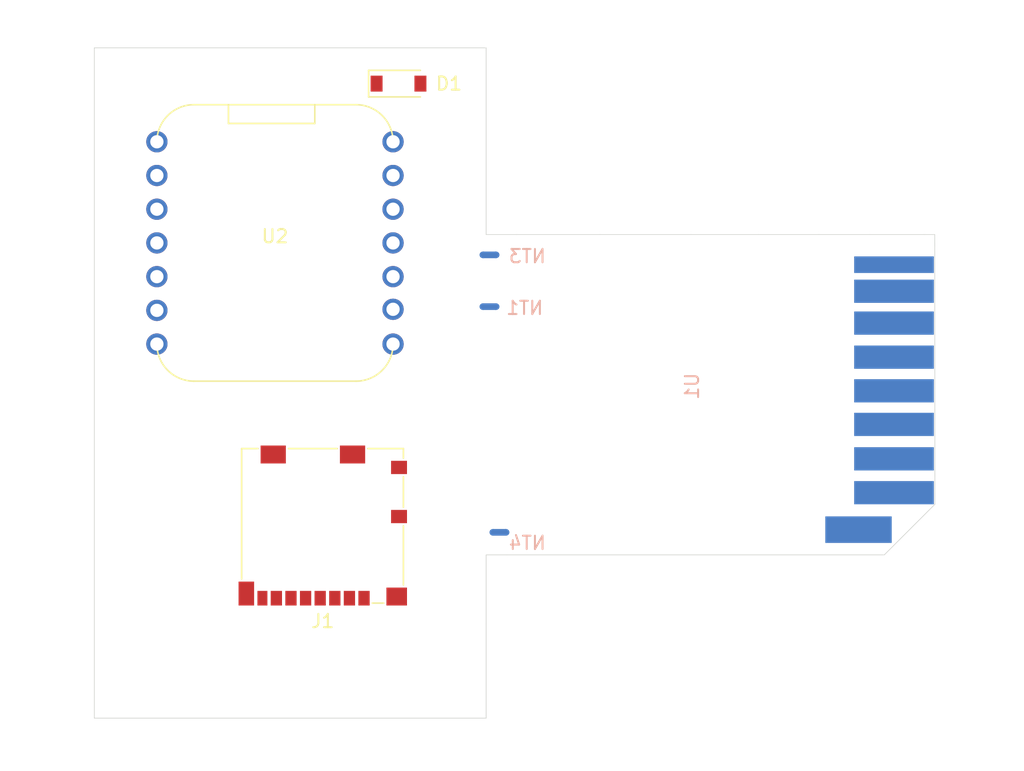
<source format=kicad_pcb>
(kicad_pcb (version 20211014) (generator pcbnew)
  (layers (0 "F.Cu" signal) (31 "B.Cu" signal) (34 "B.Paste" user) (35 "F.Paste" user) (36 "B.SilkS" user "B.Silkscreen") (37 "F.SilkS" user "F.Silkscreen") (38 "B.Mask" user) (39 "F.Mask" user) (44 "Edge.Cuts" user))
  (net 0 "")
  (net 1 "GND")
  (net 2 "+3.3VP")
  (net 3 "+3.3V")
  (net 4 "/MISO")
  (net 5 "/CLK")
  (net 6 "/MOSI")
  (net 7 "/CS")
  (net 8 "/DAT1")
  (net 9 "/DAT2")
  (net 10 "/DAT1_T")
  (net 11 "/DAT2_T")
  (net 24 "/MISO_ESP32")
  (footprint "Connector_Card:microSD_HC_Molex_104031-0811" (layer "F.Cu") (at 164.7 92.0125 180)
    (fp_text reference "J1" (at 0 -7.18) (layer "F.SilkS"))
    (fp_text value "Micro_SD_Card_Det")
    (fp_line (start 4.88 5.82) (end 6.11 5.82) (layer "F.SilkS") (width 0.12))
    (fp_line (start 6.11 5.82) (end 6.11 -4) (layer "F.SilkS") (width 0.12))
    (fp_line (start -6.07 5.1) (end -6.07 5.82) (layer "F.SilkS") (width 0.12))
    (fp_line (start -6.07 -4.45) (end -6.07 0) (layer "F.SilkS") (width 0.12))
    (fp_line (start -4.59 -5.82) (end -3.73 -5.82) (layer "F.SilkS") (width 0.12))
    (fp_line (start -1.09 5.82) (end 2.58 5.82) (layer "F.SilkS") (width 0.12))
    (fp_line (start -6.07 1.4) (end -6.07 3.7) (layer "F.SilkS") (width 0.12))
    (fp_line (start -6.07 5.82) (end -3.39 5.82) (layer "F.SilkS") (width 0.12))
    (pad "1" smd rect locked (at -3.105 -5.45 180) (size 0.85 1.1) (layers "F.Cu" "F.Paste" "F.Mask") (net 9 "/DAT2"))
    (pad "2" smd rect locked (at -2.005 -5.45 180) (size 0.85 1.1) (layers "F.Cu" "F.Paste" "F.Mask") (net 7 "/CS"))
    (pad "3" smd rect locked (at -0.905 -5.45 180) (size 0.85 1.1) (layers "F.Cu" "F.Paste" "F.Mask") (net 6 "/MOSI"))
    (pad "4" smd rect locked (at 0.195 -5.45 180) (size 0.85 1.1) (layers "F.Cu" "F.Paste" "F.Mask") (net 3 "+3.3V"))
    (pad "5" smd rect locked (at 1.295 -5.45 180) (size 0.85 1.1) (layers "F.Cu" "F.Paste" "F.Mask") (net 5 "/CLK"))
    (pad "6" smd rect locked (at 2.395 -5.45 180) (size 0.85 1.1) (layers "F.Cu" "F.Paste" "F.Mask") (net 1 "GND"))
    (pad "7" smd rect locked (at 3.495 -5.45 180) (size 0.85 1.1) (layers "F.Cu" "F.Paste" "F.Mask") (net 4 "/MISO"))
    (pad "8" smd rect locked (at 4.545 -5.45 180) (size 0.75 1.1) (layers "F.Cu" "F.Paste" "F.Mask") (net 8 "/DAT1"))
    (pad "9" smd rect locked (at -5.74 0.7 180) (size 1.2 1) (layers "F.Cu" "F.Paste" "F.Mask"))
    (pad "10" smd rect locked (at -5.74 4.4 180) (size 1.2 1) (layers "F.Cu" "F.Paste" "F.Mask"))
    (pad "11" smd rect locked (at 3.73 5.375 180) (size 1.9 1.35) (layers "F.Cu" "F.Paste" "F.Mask") (net 1 "GND"))
    (pad "11" smd rect locked (at -2.24 5.375 180) (size 1.9 1.35) (layers "F.Cu" "F.Paste" "F.Mask") (net 1 "GND"))
    (pad "11" smd rect locked (at 5.755 -5.1 180) (size 1.17 1.8) (layers "F.Cu" "F.Paste" "F.Mask") (net 1 "GND"))
    (pad "11" smd rect locked (at -5.565 -5.325 180) (size 1.55 1.35) (layers "F.Cu" "F.Paste" "F.Mask") (net 1 "GND"))
  )
  (footprint "Main:QTPyESP32" (layer "F.Cu") (at 161.1 70.7)
    (fp_text reference "U2" (at 0 -0.5 unlocked) (layer "F.SilkS"))
    (fp_text value "QTPyESP32")
    (fp_line (start -6.096 10.414) (end 6.096 10.414) (layer "F.SilkS") (width 0.12))
    (fp_line (start -3.5 -10.414) (end -3.5 -9) (layer "F.SilkS") (width 0.12))
    (fp_line (start 3 -9) (end 3 -10.414) (layer "F.SilkS") (width 0.12))
    (fp_line (start -3.5 -9) (end 3 -9) (layer "F.SilkS") (width 0.12))
    (fp_line (start -6.096 -10.414) (end 6.096 -10.414) (layer "F.SilkS") (width 0.12))
    (fp_arc (start -6.096 10.414) (mid -8.071656 9.595656) (end -8.89 7.62) (layer "F.SilkS") (width 0.12))
    (fp_arc (start 8.89 7.62) (mid 8.071656 9.595656) (end 6.096 10.414) (layer "F.SilkS") (width 0.12))
    (fp_arc (start -8.89 -7.62) (mid -8.071656 -9.595656) (end -6.096 -10.414) (layer "F.SilkS") (width 0.12))
    (fp_arc (start 6.096 -10.414) (mid 8.071656 -9.595656) (end 8.89 -7.62) (layer "F.SilkS") (width 0.12))
    (pad "1" thru_hole circle (at -8.89 -7.62) (size 1.6 1.6) (drill 1) (layers *.Cu *.Mask))
    (pad "2" thru_hole circle (at -8.89 -5.08) (size 1.6 1.6) (drill 1) (layers *.Cu *.Mask))
    (pad "3" thru_hole circle (at -8.89 -2.54) (size 1.6 1.6) (drill 1) (layers *.Cu *.Mask))
    (pad "4" thru_hole circle (at -8.89 0) (size 1.6 1.6) (drill 1) (layers *.Cu *.Mask))
    (pad "5" thru_hole circle (at -8.89 2.54) (size 1.6 1.6) (drill 1) (layers *.Cu *.Mask))
    (pad "6" thru_hole circle (at -8.89 5.08) (size 1.6 1.6) (drill 1) (layers *.Cu *.Mask))
    (pad "7" thru_hole circle (at -8.89 7.62) (size 1.6 1.6) (drill 1) (layers *.Cu *.Mask))
    (pad "8" thru_hole circle (at 8.89 7.62) (size 1.6 1.6) (drill 1) (layers *.Cu *.Mask))
    (pad "9" thru_hole circle (at 8.89 5) (size 1.6 1.6) (drill 1) (layers *.Cu *.Mask))
    (pad "10" thru_hole circle (at 8.89 2.54) (size 1.6 1.6) (drill 1) (layers *.Cu *.Mask))
    (pad "11" thru_hole circle (at 8.89 0) (size 1.6 1.6) (drill 1) (layers *.Cu *.Mask))
    (pad "12" thru_hole circle (at 8.89 -2.54) (size 1.6 1.6) (drill 1) (layers *.Cu *.Mask))
    (pad "13" thru_hole circle (at 8.89 -5.08) (size 1.6 1.6) (drill 1) (layers *.Cu *.Mask))
    (pad "14" thru_hole circle (at 8.89 -7.62) (size 1.6 1.6) (drill 1) (layers *.Cu *.Mask))
  )
  (footprint "Diode_SMD:D_SOD-123" (layer "F.Cu") (at 170.4 58.7)
    (fp_text reference "D1" (at 3.8 0) (layer "F.SilkS"))
    (fp_text value "1N5819HW-7-F" hide)
    (fp_line (start -2.25 -1) (end -2.25 1) (layer "F.SilkS") (width 0.12))
    (fp_line (start -2.25 -1) (end 1.65 -1) (layer "F.SilkS") (width 0.12))
    (fp_line (start -2.25 1) (end 1.65 1) (layer "F.SilkS") (width 0.12))
    (pad "1" smd rect (at -1.65 0) (size 0.9 1.2) (layers "F.Cu" "F.Paste" "F.Mask") (net 2 "+3.3VP"))
    (pad "2" smd rect (at 1.65 0) (size 0.9 1.2) (layers "F.Cu" "F.Paste" "F.Mask") (net 3 "+3.3V"))
  )
  (footprint "Main:SD_MMC_CARD" (layer "B.Cu") (at 193 81.5 90)
    (fp_text reference "U1" (at 0 -0.5 90) (layer "B.SilkS") (effects (justify mirror)))
    (fp_text value "SD_MMC_FOOTPRINT")
    (pad "1" smd rect locked (at -8.0146 14.703 90) (size 1.75 6) (layers "B.Cu" "B.Paste" "B.Mask") (net 7 "/CS"))
    (pad "2" smd rect locked (at -5.465 14.703 90) (size 1.75 6) (layers "B.Cu" "B.Paste" "B.Mask") (net 6 "/MOSI"))
    (pad "3" smd rect locked (at -2.87 14.703 90) (size 1.75 6) (layers "B.Cu" "B.Paste" "B.Mask") (net 1 "GND"))
    (pad "4" smd rect locked (at -0.34 14.703 90) (size 1.75 6) (layers "B.Cu" "B.Paste" "B.Mask") (net 3 "+3.3V"))
    (pad "5" smd rect locked (at 2.195 14.703 90) (size 1.75 6) (layers "B.Cu" "B.Paste" "B.Mask") (net 5 "/CLK"))
    (pad "6" smd rect locked (at 4.76 14.703 90) (size 1.75 6) (layers "B.Cu" "B.Paste" "B.Mask") (net 1 "GND"))
    (pad "7" smd rect locked (at 7.16 14.703 90) (size 1.75 6) (layers "B.Cu" "B.Paste" "B.Mask") (net 4 "/MISO"))
    (pad "8" smd rect locked (at 9.16 14.703 90) (size 1.25 6) (layers "B.Cu" "B.Paste" "B.Mask") (net 10 "/DAT1_T"))
    (pad "9" smd rect locked (at -10.8 12.03 90) (size 2 5) (layers "B.Cu" "B.Paste" "B.Mask") (net 11 "/DAT2_T"))
  )
  (footprint "NetTie:NetTie-2_SMD_Pad0.5mm" (layer "B.Cu") (at 177.25 75.5)
    (fp_text reference "NT1" (at 2.65 0.1) (layer "B.SilkS") (effects (justify mirror)))
    (fp_text value "NetTie_2")
    (fp_poly (pts (xy -0.5 0.25) (xy 0.5 0.25) (xy 0.5 -0.25) (xy -0.5 -0.25)) (layer "B.Cu") (width 0) (fill solid))
    (pad "1" smd circle (at -0.5 0) (size 0.5 0.5) (layers "B.Cu") (net 24 "/MISO_ESP32"))
    (pad "2" smd circle (at 0.5 0) (size 0.5 0.5) (layers "B.Cu") (net 4 "/MISO"))
  )
  (footprint "NetTie:NetTie-2_SMD_Pad0.5mm" (layer "B.Cu") (at 177.25 71.6)
    (fp_text reference "NT3" (at 2.85 0.1) (layer "B.SilkS") (effects (justify mirror)))
    (fp_text value "NetTie_2")
    (fp_poly (pts (xy -0.5 0.25) (xy 0.5 0.25) (xy 0.5 -0.25) (xy -0.5 -0.25)) (layer "B.Cu") (width 0) (fill solid))
    (pad "1" smd circle (at -0.5 0) (size 0.5 0.5) (layers "B.Cu") (net 8 "/DAT1"))
    (pad "2" smd circle (at 0.5 0) (size 0.5 0.5) (layers "B.Cu") (net 10 "/DAT1_T"))
  )
  (footprint "NetTie:NetTie-2_SMD_Pad0.5mm" (layer "B.Cu") (at 178 92.5)
    (fp_text reference "NT4" (at 2.1 0.8) (layer "B.SilkS") (effects (justify mirror)))
    (fp_text value "NetTie_2")
    (fp_poly (pts (xy -0.5 0.25) (xy 0.5 0.25) (xy 0.5 -0.25) (xy -0.5 -0.25)) (layer "B.Cu") (width 0) (fill solid))
    (pad "1" smd circle (at -0.5 0) (size 0.5 0.5) (layers "B.Cu") (net 9 "/DAT2"))
    (pad "2" smd circle (at 0.5 0) (size 0.5 0.5) (layers "B.Cu") (net 11 "/DAT2_T"))
  )
  (gr_line (start 147.5 106.5) (end 177 106.5) (layer "Edge.Cuts") (width 0.05))
  (gr_line (start 185.54 70.07) (end 179.26 70.07) (layer "Edge.Cuts") (width 0.05))
  (gr_line (start 177 94.2) (end 177 99.4) (layer "Edge.Cuts") (width 0.05))
  (gr_line (start 206.97 94.2) (end 178.6 94.2) (layer "Edge.Cuts") (width 0.05))
  (gr_line (start 210.77 70.07) (end 210 70.07) (layer "Edge.Cuts") (width 0.05))
  (gr_line (start 205.83 70.07) (end 202 70.07) (layer "Edge.Cuts") (width 0.05))
  (gr_line (start 177 99.4) (end 177 106.5) (layer "Edge.Cuts") (width 0.05))
  (gr_line (start 192.42 70.07) (end 185.54 70.07) (layer "Edge.Cuts") (width 0.05))
  (gr_line (start 210 70.07) (end 205.83 70.07) (layer "Edge.Cuts") (width 0.05))
  (gr_line (start 147.5 56) (end 147.5 106.5) (layer "Edge.Cuts") (width 0.05))
  (gr_line (start 210.77 70.08) (end 210.77 70.07) (layer "Edge.Cuts") (width 0.05))
  (gr_line (start 197.53 70.07) (end 192.42 70.07) (layer "Edge.Cuts") (width 0.05))
  (gr_line (start 202 70.07) (end 197.53 70.07) (layer "Edge.Cuts") (width 0.05))
  (gr_line (start 210.78 90.39) (end 206.97 94.2) (layer "Edge.Cuts") (width 0.05))
  (gr_line (start 177 70.07) (end 177 56) (layer "Edge.Cuts") (width 0.05))
  (gr_line (start 179.26 70.07) (end 177 70.07) (layer "Edge.Cuts") (width 0.05))
  (gr_line (start 210.77 70.08) (end 210.78 90.39) (layer "Edge.Cuts") (width 0.05))
  (gr_line (start 177 56) (end 147.5 56) (layer "Edge.Cuts") (width 0.05))
  (gr_line (start 178.6 94.2) (end 177 94.2) (layer "Edge.Cuts") (width 0.05))
)
</source>
